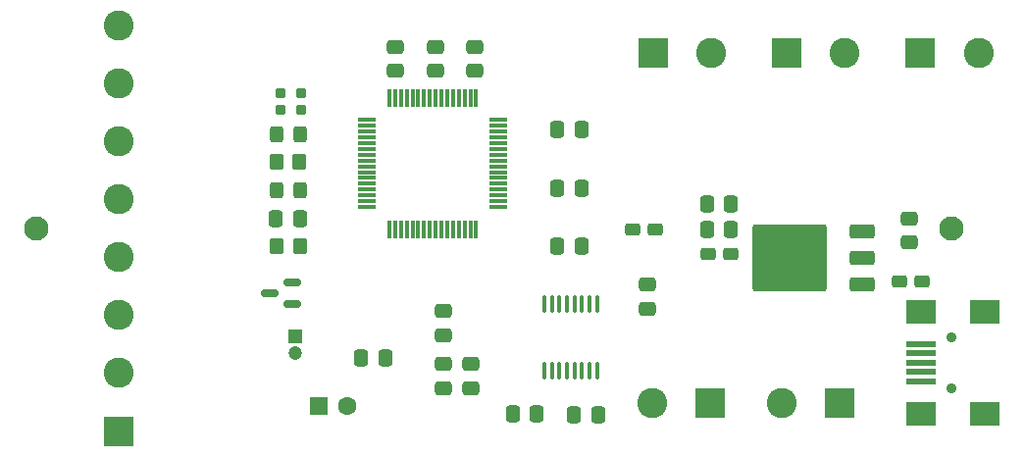
<source format=gbr>
%TF.GenerationSoftware,KiCad,Pcbnew,7.0.8-7.0.8~ubuntu22.04.1*%
%TF.CreationDate,2023-10-05T10:52:53-04:00*%
%TF.ProjectId,ladcp_interface_box,6c616463-705f-4696-9e74-657266616365,rev?*%
%TF.SameCoordinates,Original*%
%TF.FileFunction,Soldermask,Top*%
%TF.FilePolarity,Negative*%
%FSLAX46Y46*%
G04 Gerber Fmt 4.6, Leading zero omitted, Abs format (unit mm)*
G04 Created by KiCad (PCBNEW 7.0.8-7.0.8~ubuntu22.04.1) date 2023-10-05 10:52:53*
%MOMM*%
%LPD*%
G01*
G04 APERTURE LIST*
G04 Aperture macros list*
%AMRoundRect*
0 Rectangle with rounded corners*
0 $1 Rounding radius*
0 $2 $3 $4 $5 $6 $7 $8 $9 X,Y pos of 4 corners*
0 Add a 4 corners polygon primitive as box body*
4,1,4,$2,$3,$4,$5,$6,$7,$8,$9,$2,$3,0*
0 Add four circle primitives for the rounded corners*
1,1,$1+$1,$2,$3*
1,1,$1+$1,$4,$5*
1,1,$1+$1,$6,$7*
1,1,$1+$1,$8,$9*
0 Add four rect primitives between the rounded corners*
20,1,$1+$1,$2,$3,$4,$5,0*
20,1,$1+$1,$4,$5,$6,$7,0*
20,1,$1+$1,$6,$7,$8,$9,0*
20,1,$1+$1,$8,$9,$2,$3,0*%
G04 Aperture macros list end*
%ADD10R,2.600000X2.600000*%
%ADD11C,2.600000*%
%ADD12RoundRect,0.100000X0.100000X-0.637500X0.100000X0.637500X-0.100000X0.637500X-0.100000X-0.637500X0*%
%ADD13RoundRect,0.250000X0.350000X0.450000X-0.350000X0.450000X-0.350000X-0.450000X0.350000X-0.450000X0*%
%ADD14RoundRect,0.250000X-0.475000X0.337500X-0.475000X-0.337500X0.475000X-0.337500X0.475000X0.337500X0*%
%ADD15C,0.900000*%
%ADD16R,2.500000X0.500000*%
%ADD17R,2.500000X2.000000*%
%ADD18RoundRect,0.250000X-0.325000X-0.450000X0.325000X-0.450000X0.325000X0.450000X-0.325000X0.450000X0*%
%ADD19RoundRect,0.250000X0.400000X0.275000X-0.400000X0.275000X-0.400000X-0.275000X0.400000X-0.275000X0*%
%ADD20RoundRect,0.250000X-0.337500X-0.475000X0.337500X-0.475000X0.337500X0.475000X-0.337500X0.475000X0*%
%ADD21C,2.100000*%
%ADD22RoundRect,0.250000X-0.400000X-0.275000X0.400000X-0.275000X0.400000X0.275000X-0.400000X0.275000X0*%
%ADD23RoundRect,0.075000X-0.700000X-0.075000X0.700000X-0.075000X0.700000X0.075000X-0.700000X0.075000X0*%
%ADD24RoundRect,0.075000X-0.075000X-0.700000X0.075000X-0.700000X0.075000X0.700000X-0.075000X0.700000X0*%
%ADD25RoundRect,0.250000X0.475000X-0.337500X0.475000X0.337500X-0.475000X0.337500X-0.475000X-0.337500X0*%
%ADD26RoundRect,0.200000X0.250000X-0.200000X0.250000X0.200000X-0.250000X0.200000X-0.250000X-0.200000X0*%
%ADD27R,1.200000X1.200000*%
%ADD28C,1.200000*%
%ADD29RoundRect,0.150000X0.587500X0.150000X-0.587500X0.150000X-0.587500X-0.150000X0.587500X-0.150000X0*%
%ADD30RoundRect,0.250000X0.337500X0.475000X-0.337500X0.475000X-0.337500X-0.475000X0.337500X-0.475000X0*%
%ADD31R,1.600000X1.600000*%
%ADD32C,1.600000*%
%ADD33RoundRect,0.250000X0.850000X0.350000X-0.850000X0.350000X-0.850000X-0.350000X0.850000X-0.350000X0*%
%ADD34RoundRect,0.249997X2.950003X2.650003X-2.950003X2.650003X-2.950003X-2.650003X2.950003X-2.650003X0*%
G04 APERTURE END LIST*
D10*
%TO.C,J1*%
X114600000Y-108000000D03*
D11*
X114600000Y-103000000D03*
X114600000Y-98000000D03*
X114600000Y-93000000D03*
X114600000Y-88000000D03*
X114600000Y-83000000D03*
X114600000Y-78000000D03*
X114600000Y-73000000D03*
%TD*%
D10*
%TO.C,J5*%
X160700000Y-75400000D03*
D11*
X165700000Y-75400000D03*
%TD*%
D12*
%TO.C,U3*%
X151325000Y-102762500D03*
X151975000Y-102762500D03*
X152625000Y-102762500D03*
X153275000Y-102762500D03*
X153925000Y-102762500D03*
X154575000Y-102762500D03*
X155225000Y-102762500D03*
X155875000Y-102762500D03*
X155875000Y-97037500D03*
X155225000Y-97037500D03*
X154575000Y-97037500D03*
X153925000Y-97037500D03*
X153275000Y-97037500D03*
X152625000Y-97037500D03*
X151975000Y-97037500D03*
X151325000Y-97037500D03*
%TD*%
D13*
%TO.C,R2*%
X130200000Y-84779000D03*
X128200000Y-84779000D03*
%TD*%
D14*
%TO.C,C1*%
X142600000Y-102225000D03*
X142600000Y-104300000D03*
%TD*%
D15*
%TO.C,J2*%
X186475000Y-104300000D03*
X186475000Y-99900000D03*
D16*
X183875000Y-103700000D03*
X183875000Y-102900000D03*
X183875000Y-102100000D03*
X183875000Y-101300000D03*
X183875000Y-100500000D03*
D17*
X183875000Y-106500000D03*
X189375000Y-106500000D03*
X183875000Y-97700000D03*
X189375000Y-97700000D03*
%TD*%
D18*
%TO.C,FB2*%
X128200000Y-87191000D03*
X130250000Y-87191000D03*
%TD*%
D13*
%TO.C,R1*%
X130225000Y-92075000D03*
X128225000Y-92075000D03*
%TD*%
D19*
%TO.C,C13*%
X160912500Y-90600000D03*
X158962500Y-90600000D03*
%TD*%
D20*
%TO.C,C17*%
X152475000Y-92000000D03*
X154550000Y-92000000D03*
%TD*%
D14*
%TO.C,C16*%
X145000000Y-102225000D03*
X145000000Y-104300000D03*
%TD*%
D20*
%TO.C,C8*%
X152475000Y-82000000D03*
X154550000Y-82000000D03*
%TD*%
D21*
%TO.C,H2*%
X186500000Y-90500000D03*
%TD*%
D22*
%TO.C,C20*%
X182000000Y-95100000D03*
X183950000Y-95100000D03*
%TD*%
D10*
%TO.C,J3*%
X183800000Y-75400000D03*
D11*
X188800000Y-75400000D03*
%TD*%
D23*
%TO.C,U1*%
X136025000Y-81150000D03*
X136025000Y-81650000D03*
X136025000Y-82150000D03*
X136025000Y-82650000D03*
X136025000Y-83150000D03*
X136025000Y-83650000D03*
X136025000Y-84150000D03*
X136025000Y-84650000D03*
X136025000Y-85150000D03*
X136025000Y-85650000D03*
X136025000Y-86150000D03*
X136025000Y-86650000D03*
X136025000Y-87150000D03*
X136025000Y-87650000D03*
X136025000Y-88150000D03*
X136025000Y-88650000D03*
D24*
X137950000Y-90575000D03*
X138450000Y-90575000D03*
X138950000Y-90575000D03*
X139450000Y-90575000D03*
X139950000Y-90575000D03*
X140450000Y-90575000D03*
X140950000Y-90575000D03*
X141450000Y-90575000D03*
X141950000Y-90575000D03*
X142450000Y-90575000D03*
X142950000Y-90575000D03*
X143450000Y-90575000D03*
X143950000Y-90575000D03*
X144450000Y-90575000D03*
X144950000Y-90575000D03*
X145450000Y-90575000D03*
D23*
X147375000Y-88650000D03*
X147375000Y-88150000D03*
X147375000Y-87650000D03*
X147375000Y-87150000D03*
X147375000Y-86650000D03*
X147375000Y-86150000D03*
X147375000Y-85650000D03*
X147375000Y-85150000D03*
X147375000Y-84650000D03*
X147375000Y-84150000D03*
X147375000Y-83650000D03*
X147375000Y-83150000D03*
X147375000Y-82650000D03*
X147375000Y-82150000D03*
X147375000Y-81650000D03*
X147375000Y-81150000D03*
D24*
X145450000Y-79225000D03*
X144950000Y-79225000D03*
X144450000Y-79225000D03*
X143950000Y-79225000D03*
X143450000Y-79225000D03*
X142950000Y-79225000D03*
X142450000Y-79225000D03*
X141950000Y-79225000D03*
X141450000Y-79225000D03*
X140950000Y-79225000D03*
X140450000Y-79225000D03*
X139950000Y-79225000D03*
X139450000Y-79225000D03*
X138950000Y-79225000D03*
X138450000Y-79225000D03*
X137950000Y-79225000D03*
%TD*%
D25*
%TO.C,C9*%
X141900000Y-76900000D03*
X141900000Y-74825000D03*
%TD*%
D20*
%TO.C,C19*%
X153892500Y-106570000D03*
X155967500Y-106570000D03*
%TD*%
D18*
%TO.C,FB1*%
X128200000Y-82367000D03*
X130250000Y-82367000D03*
%TD*%
D26*
%TO.C,X1*%
X128520000Y-80250000D03*
X130370000Y-80250000D03*
X130370000Y-78800000D03*
X128520000Y-78800000D03*
%TD*%
D25*
%TO.C,C4*%
X138500000Y-76900000D03*
X138500000Y-74825000D03*
%TD*%
D14*
%TO.C,C12*%
X182800000Y-89662500D03*
X182800000Y-91737500D03*
%TD*%
D27*
%TO.C,C21*%
X129800000Y-99800000D03*
D28*
X129800000Y-101300000D03*
%TD*%
D20*
%TO.C,C5*%
X152475000Y-87000000D03*
X154550000Y-87000000D03*
%TD*%
D29*
%TO.C,U5*%
X129537500Y-97050000D03*
X129537500Y-95150000D03*
X127662500Y-96100000D03*
%TD*%
D14*
%TO.C,C2*%
X142600000Y-97625000D03*
X142600000Y-99700000D03*
%TD*%
D30*
%TO.C,C6*%
X130232500Y-89633000D03*
X128157500Y-89633000D03*
%TD*%
D31*
%TO.C,C22*%
X131850000Y-105820000D03*
D32*
X134350000Y-105820000D03*
%TD*%
D25*
%TO.C,C18*%
X160200000Y-97437500D03*
X160200000Y-95362500D03*
%TD*%
D10*
%TO.C,J6*%
X176800000Y-105600000D03*
D11*
X171800000Y-105600000D03*
%TD*%
D20*
%TO.C,C15*%
X148612500Y-106500000D03*
X150687500Y-106500000D03*
%TD*%
%TO.C,C10*%
X165387500Y-90600000D03*
X167462500Y-90600000D03*
%TD*%
D22*
%TO.C,C14*%
X165450000Y-92700000D03*
X167400000Y-92700000D03*
%TD*%
D20*
%TO.C,C7*%
X135525000Y-101700000D03*
X137600000Y-101700000D03*
%TD*%
D10*
%TO.C,J7*%
X165630000Y-105600000D03*
D11*
X160630000Y-105600000D03*
%TD*%
D25*
%TO.C,C3*%
X145300000Y-76900000D03*
X145300000Y-74825000D03*
%TD*%
D10*
%TO.C,J4*%
X172250000Y-75400000D03*
D11*
X177250000Y-75400000D03*
%TD*%
D20*
%TO.C,C11*%
X165387500Y-88400000D03*
X167462500Y-88400000D03*
%TD*%
D21*
%TO.C,H1*%
X107500000Y-90500000D03*
%TD*%
D33*
%TO.C,U2*%
X178800000Y-95360000D03*
X178800000Y-93080000D03*
D34*
X172500000Y-93080000D03*
D33*
X178800000Y-90800000D03*
%TD*%
M02*

</source>
